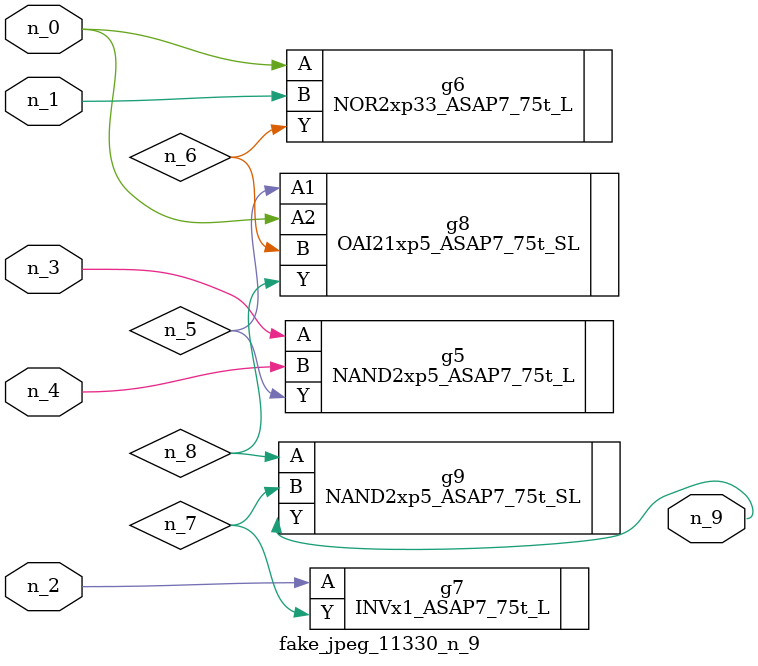
<source format=v>
module fake_jpeg_11330_n_9 (n_3, n_2, n_1, n_0, n_4, n_9);

input n_3;
input n_2;
input n_1;
input n_0;
input n_4;

output n_9;

wire n_8;
wire n_6;
wire n_5;
wire n_7;

NAND2xp5_ASAP7_75t_L g5 ( 
.A(n_3),
.B(n_4),
.Y(n_5)
);

NOR2xp33_ASAP7_75t_L g6 ( 
.A(n_0),
.B(n_1),
.Y(n_6)
);

INVx1_ASAP7_75t_L g7 ( 
.A(n_2),
.Y(n_7)
);

OAI21xp5_ASAP7_75t_SL g8 ( 
.A1(n_5),
.A2(n_0),
.B(n_6),
.Y(n_8)
);

NAND2xp5_ASAP7_75t_SL g9 ( 
.A(n_8),
.B(n_7),
.Y(n_9)
);


endmodule
</source>
